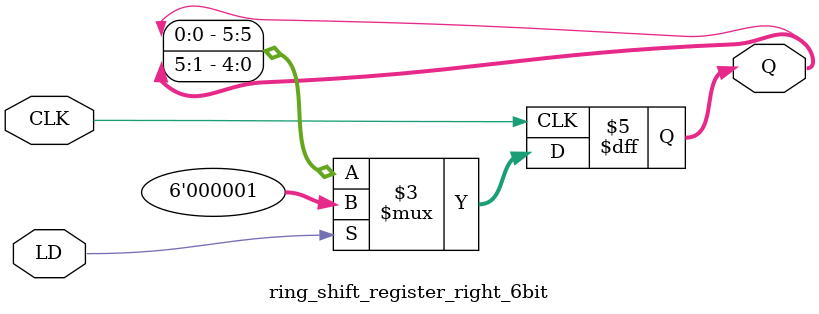
<source format=v>

module ring_shift_register_right_6bit (
    input wire CLK,       // Sinal de relógio
    input wire LD,        // Sinal de carga unitária no primeiro estágio
    output reg [5:0] Q    // Saída de 6 bits
);

    always @(posedge CLK) begin
        if (LD)
            Q <= 6'b000001;       // Carga unitária no primeiro estágio
        else
            Q <= {Q[0], Q[5:1]};  // Deslocamento circular para a direita
    end

endmodule

</source>
